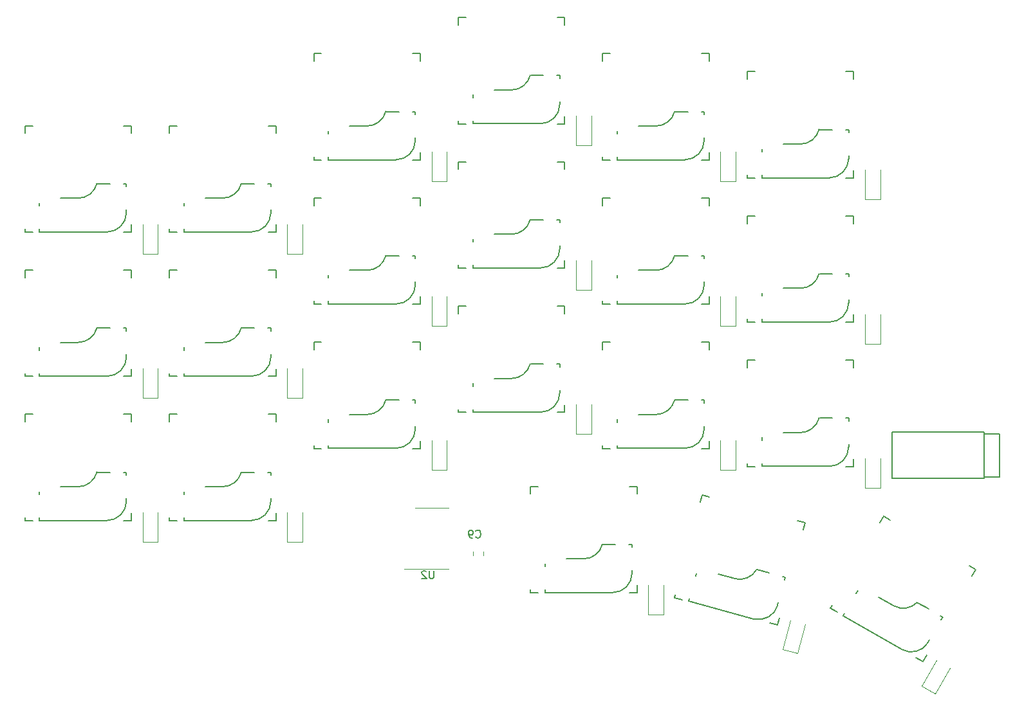
<source format=gbr>
%TF.GenerationSoftware,KiCad,Pcbnew,(5.1.10-1-10_14)*%
%TF.CreationDate,2022-01-29T17:31:24-08:00*%
%TF.ProjectId,phase,70686173-652e-46b6-9963-61645f706362,v1.0.1*%
%TF.SameCoordinates,Original*%
%TF.FileFunction,Legend,Bot*%
%TF.FilePolarity,Positive*%
%FSLAX46Y46*%
G04 Gerber Fmt 4.6, Leading zero omitted, Abs format (unit mm)*
G04 Created by KiCad (PCBNEW (5.1.10-1-10_14)) date 2022-01-29 17:31:24*
%MOMM*%
%LPD*%
G01*
G04 APERTURE LIST*
%ADD10C,0.120000*%
%ADD11C,0.150000*%
G04 APERTURE END LIST*
D10*
%TO.C,D1*%
X58500000Y-78850000D02*
X58500000Y-74950000D01*
X60500000Y-78850000D02*
X60500000Y-74950000D01*
X58500000Y-78850000D02*
X60500000Y-78850000D01*
%TO.C,D2*%
X58500000Y-97850000D02*
X58500000Y-93950000D01*
X60500000Y-97850000D02*
X60500000Y-93950000D01*
X58500000Y-97850000D02*
X60500000Y-97850000D01*
%TO.C,D3*%
X58500000Y-116850000D02*
X58500000Y-112950000D01*
X60500000Y-116850000D02*
X60500000Y-112950000D01*
X58500000Y-116850000D02*
X60500000Y-116850000D01*
%TO.C,D4*%
X77500000Y-78850000D02*
X77500000Y-74950000D01*
X79500000Y-78850000D02*
X79500000Y-74950000D01*
X77500000Y-78850000D02*
X79500000Y-78850000D01*
%TO.C,D5*%
X77500000Y-97850000D02*
X77500000Y-93950000D01*
X79500000Y-97850000D02*
X79500000Y-93950000D01*
X77500000Y-97850000D02*
X79500000Y-97850000D01*
%TO.C,D6*%
X77500000Y-116850000D02*
X77500000Y-112950000D01*
X79500000Y-116850000D02*
X79500000Y-112950000D01*
X77500000Y-116850000D02*
X79500000Y-116850000D01*
%TO.C,D7*%
X96500000Y-69350000D02*
X96500000Y-65450000D01*
X98500000Y-69350000D02*
X98500000Y-65450000D01*
X96500000Y-69350000D02*
X98500000Y-69350000D01*
%TO.C,D8*%
X96500000Y-88350000D02*
X96500000Y-84450000D01*
X98500000Y-88350000D02*
X98500000Y-84450000D01*
X96500000Y-88350000D02*
X98500000Y-88350000D01*
%TO.C,D9*%
X96500000Y-107350000D02*
X96500000Y-103450000D01*
X98500000Y-107350000D02*
X98500000Y-103450000D01*
X96500000Y-107350000D02*
X98500000Y-107350000D01*
%TO.C,D10*%
X115500000Y-64600000D02*
X115500000Y-60700000D01*
X117500000Y-64600000D02*
X117500000Y-60700000D01*
X115500000Y-64600000D02*
X117500000Y-64600000D01*
%TO.C,D11*%
X115500000Y-83600000D02*
X115500000Y-79700000D01*
X117500000Y-83600000D02*
X117500000Y-79700000D01*
X115500000Y-83600000D02*
X117500000Y-83600000D01*
%TO.C,D12*%
X115500000Y-102600000D02*
X115500000Y-98700000D01*
X117500000Y-102600000D02*
X117500000Y-98700000D01*
X115500000Y-102600000D02*
X117500000Y-102600000D01*
%TO.C,D13*%
X125000000Y-126350000D02*
X125000000Y-122450000D01*
X127000000Y-126350000D02*
X127000000Y-122450000D01*
X125000000Y-126350000D02*
X127000000Y-126350000D01*
%TO.C,D14*%
X134500000Y-69350000D02*
X134500000Y-65450000D01*
X136500000Y-69350000D02*
X136500000Y-65450000D01*
X134500000Y-69350000D02*
X136500000Y-69350000D01*
%TO.C,D15*%
X134500000Y-88350000D02*
X134500000Y-84450000D01*
X136500000Y-88350000D02*
X136500000Y-84450000D01*
X134500000Y-88350000D02*
X136500000Y-88350000D01*
%TO.C,D16*%
X134500000Y-107350000D02*
X134500000Y-103450000D01*
X136500000Y-107350000D02*
X136500000Y-103450000D01*
X134500000Y-107350000D02*
X136500000Y-107350000D01*
%TO.C,D17*%
X142691731Y-130917514D02*
X143701126Y-127150403D01*
X144623583Y-131435152D02*
X145632977Y-127668041D01*
X142691731Y-130917514D02*
X144623583Y-131435152D01*
%TO.C,D18*%
X153500000Y-71725000D02*
X153500000Y-67825000D01*
X155500000Y-71725000D02*
X155500000Y-67825000D01*
X153500000Y-71725000D02*
X155500000Y-71725000D01*
%TO.C,D19*%
X153500000Y-90725000D02*
X153500000Y-86825000D01*
X155500000Y-90725000D02*
X155500000Y-86825000D01*
X153500000Y-90725000D02*
X155500000Y-90725000D01*
%TO.C,D20*%
X153500000Y-109725000D02*
X153500000Y-105825000D01*
X155500000Y-109725000D02*
X155500000Y-105825000D01*
X153500000Y-109725000D02*
X155500000Y-109725000D01*
%TO.C,D21*%
X160973975Y-135794557D02*
X162923975Y-132417058D01*
X162706025Y-136794557D02*
X164656025Y-133417058D01*
X160973975Y-135794557D02*
X162706025Y-136794557D01*
D11*
%TO.C,J2*%
X169164000Y-102374000D02*
X157064000Y-102374000D01*
X169164000Y-102374000D02*
X169164000Y-108474000D01*
X169164000Y-108474000D02*
X157064000Y-108474000D01*
X157064000Y-102374000D02*
X157064000Y-108474000D01*
X169164000Y-102624000D02*
X171164000Y-102624000D01*
X171164000Y-102624000D02*
X171164000Y-108224000D01*
X169164000Y-108224000D02*
X171164000Y-108224000D01*
D10*
%TO.C,C9*%
X101906000Y-118093748D02*
X101906000Y-118616252D01*
X103326000Y-118093748D02*
X103326000Y-118616252D01*
D11*
%TO.C,K1*%
X57000000Y-62000000D02*
X57000000Y-63000000D01*
X43000000Y-63000000D02*
X43000000Y-62000000D01*
X43000000Y-62000000D02*
X44000000Y-62000000D01*
X56000000Y-62000000D02*
X57000000Y-62000000D01*
X57000000Y-76000000D02*
X56000000Y-76000000D01*
X57000000Y-75000000D02*
X57000000Y-76000000D01*
X44000000Y-76000000D02*
X43000000Y-76000000D01*
X43000000Y-76000000D02*
X43000000Y-75604000D01*
X56350000Y-73445000D02*
X56350000Y-73064000D01*
X56350000Y-70016000D02*
X56350000Y-69635000D01*
X56350000Y-69635000D02*
X55969000Y-69635000D01*
X54191000Y-69635000D02*
X52540000Y-69635000D01*
X50000000Y-71540000D02*
X47714000Y-71540000D01*
X44920000Y-72175000D02*
X44920000Y-72556000D01*
X44920000Y-75604000D02*
X44920000Y-75985000D01*
X44920000Y-75985000D02*
X53810000Y-75985000D01*
X56350000Y-73445000D02*
G75*
G02*
X53810000Y-75985000I-2540000J0D01*
G01*
X52464162Y-69616040D02*
G75*
G02*
X50000000Y-71540000I-2464162J616040D01*
G01*
%TO.C,K2*%
X57000000Y-81000000D02*
X57000000Y-82000000D01*
X43000000Y-82000000D02*
X43000000Y-81000000D01*
X43000000Y-81000000D02*
X44000000Y-81000000D01*
X56000000Y-81000000D02*
X57000000Y-81000000D01*
X57000000Y-95000000D02*
X56000000Y-95000000D01*
X57000000Y-94000000D02*
X57000000Y-95000000D01*
X44000000Y-95000000D02*
X43000000Y-95000000D01*
X43000000Y-95000000D02*
X43000000Y-94604000D01*
X56350000Y-92445000D02*
X56350000Y-92064000D01*
X56350000Y-89016000D02*
X56350000Y-88635000D01*
X56350000Y-88635000D02*
X55969000Y-88635000D01*
X54191000Y-88635000D02*
X52540000Y-88635000D01*
X50000000Y-90540000D02*
X47714000Y-90540000D01*
X44920000Y-91175000D02*
X44920000Y-91556000D01*
X44920000Y-94604000D02*
X44920000Y-94985000D01*
X44920000Y-94985000D02*
X53810000Y-94985000D01*
X56350000Y-92445000D02*
G75*
G02*
X53810000Y-94985000I-2540000J0D01*
G01*
X52464162Y-88616040D02*
G75*
G02*
X50000000Y-90540000I-2464162J616040D01*
G01*
%TO.C,K3*%
X57000000Y-100000000D02*
X57000000Y-101000000D01*
X43000000Y-101000000D02*
X43000000Y-100000000D01*
X43000000Y-100000000D02*
X44000000Y-100000000D01*
X56000000Y-100000000D02*
X57000000Y-100000000D01*
X57000000Y-114000000D02*
X56000000Y-114000000D01*
X57000000Y-113000000D02*
X57000000Y-114000000D01*
X44000000Y-114000000D02*
X43000000Y-114000000D01*
X43000000Y-114000000D02*
X43000000Y-113604000D01*
X56350000Y-111445000D02*
X56350000Y-111064000D01*
X56350000Y-108016000D02*
X56350000Y-107635000D01*
X56350000Y-107635000D02*
X55969000Y-107635000D01*
X54191000Y-107635000D02*
X52540000Y-107635000D01*
X50000000Y-109540000D02*
X47714000Y-109540000D01*
X44920000Y-110175000D02*
X44920000Y-110556000D01*
X44920000Y-113604000D02*
X44920000Y-113985000D01*
X44920000Y-113985000D02*
X53810000Y-113985000D01*
X56350000Y-111445000D02*
G75*
G02*
X53810000Y-113985000I-2540000J0D01*
G01*
X52464162Y-107616040D02*
G75*
G02*
X50000000Y-109540000I-2464162J616040D01*
G01*
%TO.C,K4*%
X76000000Y-62000000D02*
X76000000Y-63000000D01*
X62000000Y-63000000D02*
X62000000Y-62000000D01*
X62000000Y-62000000D02*
X63000000Y-62000000D01*
X75000000Y-62000000D02*
X76000000Y-62000000D01*
X76000000Y-76000000D02*
X75000000Y-76000000D01*
X76000000Y-75000000D02*
X76000000Y-76000000D01*
X63000000Y-76000000D02*
X62000000Y-76000000D01*
X62000000Y-76000000D02*
X62000000Y-75604000D01*
X75350000Y-73445000D02*
X75350000Y-73064000D01*
X75350000Y-70016000D02*
X75350000Y-69635000D01*
X75350000Y-69635000D02*
X74969000Y-69635000D01*
X73191000Y-69635000D02*
X71540000Y-69635000D01*
X69000000Y-71540000D02*
X66714000Y-71540000D01*
X63920000Y-72175000D02*
X63920000Y-72556000D01*
X63920000Y-75604000D02*
X63920000Y-75985000D01*
X63920000Y-75985000D02*
X72810000Y-75985000D01*
X75350000Y-73445000D02*
G75*
G02*
X72810000Y-75985000I-2540000J0D01*
G01*
X71464162Y-69616040D02*
G75*
G02*
X69000000Y-71540000I-2464162J616040D01*
G01*
%TO.C,K5*%
X76000000Y-81000000D02*
X76000000Y-82000000D01*
X62000000Y-82000000D02*
X62000000Y-81000000D01*
X62000000Y-81000000D02*
X63000000Y-81000000D01*
X75000000Y-81000000D02*
X76000000Y-81000000D01*
X76000000Y-95000000D02*
X75000000Y-95000000D01*
X76000000Y-94000000D02*
X76000000Y-95000000D01*
X63000000Y-95000000D02*
X62000000Y-95000000D01*
X62000000Y-95000000D02*
X62000000Y-94604000D01*
X75350000Y-92445000D02*
X75350000Y-92064000D01*
X75350000Y-89016000D02*
X75350000Y-88635000D01*
X75350000Y-88635000D02*
X74969000Y-88635000D01*
X73191000Y-88635000D02*
X71540000Y-88635000D01*
X69000000Y-90540000D02*
X66714000Y-90540000D01*
X63920000Y-91175000D02*
X63920000Y-91556000D01*
X63920000Y-94604000D02*
X63920000Y-94985000D01*
X63920000Y-94985000D02*
X72810000Y-94985000D01*
X75350000Y-92445000D02*
G75*
G02*
X72810000Y-94985000I-2540000J0D01*
G01*
X71464162Y-88616040D02*
G75*
G02*
X69000000Y-90540000I-2464162J616040D01*
G01*
%TO.C,K6*%
X76000000Y-100000000D02*
X76000000Y-101000000D01*
X62000000Y-101000000D02*
X62000000Y-100000000D01*
X62000000Y-100000000D02*
X63000000Y-100000000D01*
X75000000Y-100000000D02*
X76000000Y-100000000D01*
X76000000Y-114000000D02*
X75000000Y-114000000D01*
X76000000Y-113000000D02*
X76000000Y-114000000D01*
X63000000Y-114000000D02*
X62000000Y-114000000D01*
X62000000Y-114000000D02*
X62000000Y-113604000D01*
X75350000Y-111445000D02*
X75350000Y-111064000D01*
X75350000Y-108016000D02*
X75350000Y-107635000D01*
X75350000Y-107635000D02*
X74969000Y-107635000D01*
X73191000Y-107635000D02*
X71540000Y-107635000D01*
X69000000Y-109540000D02*
X66714000Y-109540000D01*
X63920000Y-110175000D02*
X63920000Y-110556000D01*
X63920000Y-113604000D02*
X63920000Y-113985000D01*
X63920000Y-113985000D02*
X72810000Y-113985000D01*
X75350000Y-111445000D02*
G75*
G02*
X72810000Y-113985000I-2540000J0D01*
G01*
X71464162Y-107616040D02*
G75*
G02*
X69000000Y-109540000I-2464162J616040D01*
G01*
%TO.C,K7*%
X95000000Y-52500000D02*
X95000000Y-53500000D01*
X81000000Y-53500000D02*
X81000000Y-52500000D01*
X81000000Y-52500000D02*
X82000000Y-52500000D01*
X94000000Y-52500000D02*
X95000000Y-52500000D01*
X95000000Y-66500000D02*
X94000000Y-66500000D01*
X95000000Y-65500000D02*
X95000000Y-66500000D01*
X82000000Y-66500000D02*
X81000000Y-66500000D01*
X81000000Y-66500000D02*
X81000000Y-66104000D01*
X94350000Y-63945000D02*
X94350000Y-63564000D01*
X94350000Y-60516000D02*
X94350000Y-60135000D01*
X94350000Y-60135000D02*
X93969000Y-60135000D01*
X92191000Y-60135000D02*
X90540000Y-60135000D01*
X88000000Y-62040000D02*
X85714000Y-62040000D01*
X82920000Y-62675000D02*
X82920000Y-63056000D01*
X82920000Y-66104000D02*
X82920000Y-66485000D01*
X82920000Y-66485000D02*
X91810000Y-66485000D01*
X94350000Y-63945000D02*
G75*
G02*
X91810000Y-66485000I-2540000J0D01*
G01*
X90464162Y-60116040D02*
G75*
G02*
X88000000Y-62040000I-2464162J616040D01*
G01*
%TO.C,K8*%
X95000000Y-71500000D02*
X95000000Y-72500000D01*
X81000000Y-72500000D02*
X81000000Y-71500000D01*
X81000000Y-71500000D02*
X82000000Y-71500000D01*
X94000000Y-71500000D02*
X95000000Y-71500000D01*
X95000000Y-85500000D02*
X94000000Y-85500000D01*
X95000000Y-84500000D02*
X95000000Y-85500000D01*
X82000000Y-85500000D02*
X81000000Y-85500000D01*
X81000000Y-85500000D02*
X81000000Y-85104000D01*
X94350000Y-82945000D02*
X94350000Y-82564000D01*
X94350000Y-79516000D02*
X94350000Y-79135000D01*
X94350000Y-79135000D02*
X93969000Y-79135000D01*
X92191000Y-79135000D02*
X90540000Y-79135000D01*
X88000000Y-81040000D02*
X85714000Y-81040000D01*
X82920000Y-81675000D02*
X82920000Y-82056000D01*
X82920000Y-85104000D02*
X82920000Y-85485000D01*
X82920000Y-85485000D02*
X91810000Y-85485000D01*
X94350000Y-82945000D02*
G75*
G02*
X91810000Y-85485000I-2540000J0D01*
G01*
X90464162Y-79116040D02*
G75*
G02*
X88000000Y-81040000I-2464162J616040D01*
G01*
%TO.C,K9*%
X95000000Y-90500000D02*
X95000000Y-91500000D01*
X81000000Y-91500000D02*
X81000000Y-90500000D01*
X81000000Y-90500000D02*
X82000000Y-90500000D01*
X94000000Y-90500000D02*
X95000000Y-90500000D01*
X95000000Y-104500000D02*
X94000000Y-104500000D01*
X95000000Y-103500000D02*
X95000000Y-104500000D01*
X82000000Y-104500000D02*
X81000000Y-104500000D01*
X81000000Y-104500000D02*
X81000000Y-104104000D01*
X94350000Y-101945000D02*
X94350000Y-101564000D01*
X94350000Y-98516000D02*
X94350000Y-98135000D01*
X94350000Y-98135000D02*
X93969000Y-98135000D01*
X92191000Y-98135000D02*
X90540000Y-98135000D01*
X88000000Y-100040000D02*
X85714000Y-100040000D01*
X82920000Y-100675000D02*
X82920000Y-101056000D01*
X82920000Y-104104000D02*
X82920000Y-104485000D01*
X82920000Y-104485000D02*
X91810000Y-104485000D01*
X94350000Y-101945000D02*
G75*
G02*
X91810000Y-104485000I-2540000J0D01*
G01*
X90464162Y-98116040D02*
G75*
G02*
X88000000Y-100040000I-2464162J616040D01*
G01*
%TO.C,K10*%
X114000000Y-47750000D02*
X114000000Y-48750000D01*
X100000000Y-48750000D02*
X100000000Y-47750000D01*
X100000000Y-47750000D02*
X101000000Y-47750000D01*
X113000000Y-47750000D02*
X114000000Y-47750000D01*
X114000000Y-61750000D02*
X113000000Y-61750000D01*
X114000000Y-60750000D02*
X114000000Y-61750000D01*
X101000000Y-61750000D02*
X100000000Y-61750000D01*
X100000000Y-61750000D02*
X100000000Y-61354000D01*
X113350000Y-59195000D02*
X113350000Y-58814000D01*
X113350000Y-55766000D02*
X113350000Y-55385000D01*
X113350000Y-55385000D02*
X112969000Y-55385000D01*
X111191000Y-55385000D02*
X109540000Y-55385000D01*
X107000000Y-57290000D02*
X104714000Y-57290000D01*
X101920000Y-57925000D02*
X101920000Y-58306000D01*
X101920000Y-61354000D02*
X101920000Y-61735000D01*
X101920000Y-61735000D02*
X110810000Y-61735000D01*
X113350000Y-59195000D02*
G75*
G02*
X110810000Y-61735000I-2540000J0D01*
G01*
X109464162Y-55366040D02*
G75*
G02*
X107000000Y-57290000I-2464162J616040D01*
G01*
%TO.C,K11*%
X114000000Y-66750000D02*
X114000000Y-67750000D01*
X100000000Y-67750000D02*
X100000000Y-66750000D01*
X100000000Y-66750000D02*
X101000000Y-66750000D01*
X113000000Y-66750000D02*
X114000000Y-66750000D01*
X114000000Y-80750000D02*
X113000000Y-80750000D01*
X114000000Y-79750000D02*
X114000000Y-80750000D01*
X101000000Y-80750000D02*
X100000000Y-80750000D01*
X100000000Y-80750000D02*
X100000000Y-80354000D01*
X113350000Y-78195000D02*
X113350000Y-77814000D01*
X113350000Y-74766000D02*
X113350000Y-74385000D01*
X113350000Y-74385000D02*
X112969000Y-74385000D01*
X111191000Y-74385000D02*
X109540000Y-74385000D01*
X107000000Y-76290000D02*
X104714000Y-76290000D01*
X101920000Y-76925000D02*
X101920000Y-77306000D01*
X101920000Y-80354000D02*
X101920000Y-80735000D01*
X101920000Y-80735000D02*
X110810000Y-80735000D01*
X113350000Y-78195000D02*
G75*
G02*
X110810000Y-80735000I-2540000J0D01*
G01*
X109464162Y-74366040D02*
G75*
G02*
X107000000Y-76290000I-2464162J616040D01*
G01*
%TO.C,K12*%
X114000000Y-85750000D02*
X114000000Y-86750000D01*
X100000000Y-86750000D02*
X100000000Y-85750000D01*
X100000000Y-85750000D02*
X101000000Y-85750000D01*
X113000000Y-85750000D02*
X114000000Y-85750000D01*
X114000000Y-99750000D02*
X113000000Y-99750000D01*
X114000000Y-98750000D02*
X114000000Y-99750000D01*
X101000000Y-99750000D02*
X100000000Y-99750000D01*
X100000000Y-99750000D02*
X100000000Y-99354000D01*
X113350000Y-97195000D02*
X113350000Y-96814000D01*
X113350000Y-93766000D02*
X113350000Y-93385000D01*
X113350000Y-93385000D02*
X112969000Y-93385000D01*
X111191000Y-93385000D02*
X109540000Y-93385000D01*
X107000000Y-95290000D02*
X104714000Y-95290000D01*
X101920000Y-95925000D02*
X101920000Y-96306000D01*
X101920000Y-99354000D02*
X101920000Y-99735000D01*
X101920000Y-99735000D02*
X110810000Y-99735000D01*
X113350000Y-97195000D02*
G75*
G02*
X110810000Y-99735000I-2540000J0D01*
G01*
X109464162Y-93366040D02*
G75*
G02*
X107000000Y-95290000I-2464162J616040D01*
G01*
%TO.C,K13*%
X123500000Y-109500000D02*
X123500000Y-110500000D01*
X109500000Y-110500000D02*
X109500000Y-109500000D01*
X109500000Y-109500000D02*
X110500000Y-109500000D01*
X122500000Y-109500000D02*
X123500000Y-109500000D01*
X123500000Y-123500000D02*
X122500000Y-123500000D01*
X123500000Y-122500000D02*
X123500000Y-123500000D01*
X110500000Y-123500000D02*
X109500000Y-123500000D01*
X109500000Y-123500000D02*
X109500000Y-123104000D01*
X122850000Y-120945000D02*
X122850000Y-120564000D01*
X122850000Y-117516000D02*
X122850000Y-117135000D01*
X122850000Y-117135000D02*
X122469000Y-117135000D01*
X120691000Y-117135000D02*
X119040000Y-117135000D01*
X116500000Y-119040000D02*
X114214000Y-119040000D01*
X111420000Y-119675000D02*
X111420000Y-120056000D01*
X111420000Y-123104000D02*
X111420000Y-123485000D01*
X111420000Y-123485000D02*
X120310000Y-123485000D01*
X122850000Y-120945000D02*
G75*
G02*
X120310000Y-123485000I-2540000J0D01*
G01*
X118964162Y-117116040D02*
G75*
G02*
X116500000Y-119040000I-2464162J616040D01*
G01*
%TO.C,K14*%
X133000000Y-52500000D02*
X133000000Y-53500000D01*
X119000000Y-53500000D02*
X119000000Y-52500000D01*
X119000000Y-52500000D02*
X120000000Y-52500000D01*
X132000000Y-52500000D02*
X133000000Y-52500000D01*
X133000000Y-66500000D02*
X132000000Y-66500000D01*
X133000000Y-65500000D02*
X133000000Y-66500000D01*
X120000000Y-66500000D02*
X119000000Y-66500000D01*
X119000000Y-66500000D02*
X119000000Y-66104000D01*
X132350000Y-63945000D02*
X132350000Y-63564000D01*
X132350000Y-60516000D02*
X132350000Y-60135000D01*
X132350000Y-60135000D02*
X131969000Y-60135000D01*
X130191000Y-60135000D02*
X128540000Y-60135000D01*
X126000000Y-62040000D02*
X123714000Y-62040000D01*
X120920000Y-62675000D02*
X120920000Y-63056000D01*
X120920000Y-66104000D02*
X120920000Y-66485000D01*
X120920000Y-66485000D02*
X129810000Y-66485000D01*
X132350000Y-63945000D02*
G75*
G02*
X129810000Y-66485000I-2540000J0D01*
G01*
X128464162Y-60116040D02*
G75*
G02*
X126000000Y-62040000I-2464162J616040D01*
G01*
%TO.C,K15*%
X133000000Y-71500000D02*
X133000000Y-72500000D01*
X119000000Y-72500000D02*
X119000000Y-71500000D01*
X119000000Y-71500000D02*
X120000000Y-71500000D01*
X132000000Y-71500000D02*
X133000000Y-71500000D01*
X133000000Y-85500000D02*
X132000000Y-85500000D01*
X133000000Y-84500000D02*
X133000000Y-85500000D01*
X120000000Y-85500000D02*
X119000000Y-85500000D01*
X119000000Y-85500000D02*
X119000000Y-85104000D01*
X132350000Y-82945000D02*
X132350000Y-82564000D01*
X132350000Y-79516000D02*
X132350000Y-79135000D01*
X132350000Y-79135000D02*
X131969000Y-79135000D01*
X130191000Y-79135000D02*
X128540000Y-79135000D01*
X126000000Y-81040000D02*
X123714000Y-81040000D01*
X120920000Y-81675000D02*
X120920000Y-82056000D01*
X120920000Y-85104000D02*
X120920000Y-85485000D01*
X120920000Y-85485000D02*
X129810000Y-85485000D01*
X132350000Y-82945000D02*
G75*
G02*
X129810000Y-85485000I-2540000J0D01*
G01*
X128464162Y-79116040D02*
G75*
G02*
X126000000Y-81040000I-2464162J616040D01*
G01*
%TO.C,K16*%
X133000000Y-90500000D02*
X133000000Y-91500000D01*
X119000000Y-91500000D02*
X119000000Y-90500000D01*
X119000000Y-90500000D02*
X120000000Y-90500000D01*
X132000000Y-90500000D02*
X133000000Y-90500000D01*
X133000000Y-104500000D02*
X132000000Y-104500000D01*
X133000000Y-103500000D02*
X133000000Y-104500000D01*
X120000000Y-104500000D02*
X119000000Y-104500000D01*
X119000000Y-104500000D02*
X119000000Y-104104000D01*
X132350000Y-101945000D02*
X132350000Y-101564000D01*
X132350000Y-98516000D02*
X132350000Y-98135000D01*
X132350000Y-98135000D02*
X131969000Y-98135000D01*
X130191000Y-98135000D02*
X128540000Y-98135000D01*
X126000000Y-100040000D02*
X123714000Y-100040000D01*
X120920000Y-100675000D02*
X120920000Y-101056000D01*
X120920000Y-104104000D02*
X120920000Y-104485000D01*
X120920000Y-104485000D02*
X129810000Y-104485000D01*
X132350000Y-101945000D02*
G75*
G02*
X129810000Y-104485000I-2540000J0D01*
G01*
X128464162Y-98116040D02*
G75*
G02*
X126000000Y-100040000I-2464162J616040D01*
G01*
%TO.C,K17*%
X145604214Y-114253253D02*
X145345395Y-115219178D01*
X131822433Y-111595712D02*
X132081253Y-110629786D01*
X132081253Y-110629786D02*
X133047178Y-110888605D01*
X144638288Y-113994433D02*
X145604214Y-114253253D01*
X141980747Y-127776214D02*
X141014822Y-127517395D01*
X142239567Y-126810288D02*
X141980747Y-127776214D01*
X129423712Y-124411567D02*
X128457786Y-124152747D01*
X128457786Y-124152747D02*
X128560278Y-123770241D01*
X142014178Y-125140041D02*
X142112788Y-124772023D01*
X142901669Y-121827882D02*
X143000279Y-121459864D01*
X143000279Y-121459864D02*
X142632261Y-121361254D01*
X140914845Y-120901074D02*
X139320102Y-120473763D01*
X136373600Y-121656452D02*
X134165493Y-121064791D01*
X131302346Y-120955014D02*
X131203736Y-121323031D01*
X130414856Y-124267173D02*
X130316246Y-124635191D01*
X130316246Y-124635191D02*
X138903326Y-126936092D01*
X142014178Y-125140042D02*
G75*
G02*
X138903326Y-126936092I-2453451J657401D01*
G01*
X139251755Y-120435821D02*
G75*
G02*
X136373600Y-121656452I-2220755J1232821D01*
G01*
%TO.C,K18*%
X152000000Y-54875000D02*
X152000000Y-55875000D01*
X138000000Y-55875000D02*
X138000000Y-54875000D01*
X138000000Y-54875000D02*
X139000000Y-54875000D01*
X151000000Y-54875000D02*
X152000000Y-54875000D01*
X152000000Y-68875000D02*
X151000000Y-68875000D01*
X152000000Y-67875000D02*
X152000000Y-68875000D01*
X139000000Y-68875000D02*
X138000000Y-68875000D01*
X138000000Y-68875000D02*
X138000000Y-68479000D01*
X151350000Y-66320000D02*
X151350000Y-65939000D01*
X151350000Y-62891000D02*
X151350000Y-62510000D01*
X151350000Y-62510000D02*
X150969000Y-62510000D01*
X149191000Y-62510000D02*
X147540000Y-62510000D01*
X145000000Y-64415000D02*
X142714000Y-64415000D01*
X139920000Y-65050000D02*
X139920000Y-65431000D01*
X139920000Y-68479000D02*
X139920000Y-68860000D01*
X139920000Y-68860000D02*
X148810000Y-68860000D01*
X151350000Y-66320000D02*
G75*
G02*
X148810000Y-68860000I-2540000J0D01*
G01*
X147464162Y-62491040D02*
G75*
G02*
X145000000Y-64415000I-2464162J616040D01*
G01*
%TO.C,K19*%
X152000000Y-73875000D02*
X152000000Y-74875000D01*
X138000000Y-74875000D02*
X138000000Y-73875000D01*
X138000000Y-73875000D02*
X139000000Y-73875000D01*
X151000000Y-73875000D02*
X152000000Y-73875000D01*
X152000000Y-87875000D02*
X151000000Y-87875000D01*
X152000000Y-86875000D02*
X152000000Y-87875000D01*
X139000000Y-87875000D02*
X138000000Y-87875000D01*
X138000000Y-87875000D02*
X138000000Y-87479000D01*
X151350000Y-85320000D02*
X151350000Y-84939000D01*
X151350000Y-81891000D02*
X151350000Y-81510000D01*
X151350000Y-81510000D02*
X150969000Y-81510000D01*
X149191000Y-81510000D02*
X147540000Y-81510000D01*
X145000000Y-83415000D02*
X142714000Y-83415000D01*
X139920000Y-84050000D02*
X139920000Y-84431000D01*
X139920000Y-87479000D02*
X139920000Y-87860000D01*
X139920000Y-87860000D02*
X148810000Y-87860000D01*
X151350000Y-85320000D02*
G75*
G02*
X148810000Y-87860000I-2540000J0D01*
G01*
X147464162Y-81491040D02*
G75*
G02*
X145000000Y-83415000I-2464162J616040D01*
G01*
%TO.C,K20*%
X152000000Y-92875000D02*
X152000000Y-93875000D01*
X138000000Y-93875000D02*
X138000000Y-92875000D01*
X138000000Y-92875000D02*
X139000000Y-92875000D01*
X151000000Y-92875000D02*
X152000000Y-92875000D01*
X152000000Y-106875000D02*
X151000000Y-106875000D01*
X152000000Y-105875000D02*
X152000000Y-106875000D01*
X139000000Y-106875000D02*
X138000000Y-106875000D01*
X138000000Y-106875000D02*
X138000000Y-106479000D01*
X151350000Y-104320000D02*
X151350000Y-103939000D01*
X151350000Y-100891000D02*
X151350000Y-100510000D01*
X151350000Y-100510000D02*
X150969000Y-100510000D01*
X149191000Y-100510000D02*
X147540000Y-100510000D01*
X145000000Y-102415000D02*
X142714000Y-102415000D01*
X139920000Y-103050000D02*
X139920000Y-103431000D01*
X139920000Y-106479000D02*
X139920000Y-106860000D01*
X139920000Y-106860000D02*
X148810000Y-106860000D01*
X151350000Y-104320000D02*
G75*
G02*
X148810000Y-106860000I-2540000J0D01*
G01*
X147464162Y-100491040D02*
G75*
G02*
X145000000Y-102415000I-2464162J616040D01*
G01*
%TO.C,K21*%
X168100178Y-120451822D02*
X167600178Y-121317848D01*
X155475822Y-114317848D02*
X155975822Y-113451822D01*
X155975822Y-113451822D02*
X156841848Y-113951822D01*
X167234152Y-119951822D02*
X168100178Y-120451822D01*
X161100178Y-132576178D02*
X160234152Y-132076178D01*
X161600178Y-131710152D02*
X161100178Y-132576178D01*
X149841848Y-126076178D02*
X148975822Y-125576178D01*
X148975822Y-125576178D02*
X149173822Y-125233232D01*
X161814761Y-130038483D02*
X162005261Y-129708527D01*
X163529261Y-127068882D02*
X163719761Y-126738926D01*
X163719761Y-126738926D02*
X163389806Y-126548426D01*
X161850012Y-125659426D02*
X160420205Y-124833926D01*
X157268000Y-125213705D02*
X155288266Y-124070705D01*
X152551091Y-123223631D02*
X152360591Y-123553586D01*
X150836591Y-126193232D02*
X150646091Y-126523187D01*
X150646091Y-126523187D02*
X158345057Y-130968187D01*
X161814761Y-130038483D02*
G75*
G02*
X158345057Y-130968187I-2199704J1270000D01*
G01*
X160364007Y-124779588D02*
G75*
G02*
X157268000Y-125213705I-1826007J1765588D01*
G01*
D10*
%TO.C,U2*%
X96520000Y-112297000D02*
X98720000Y-112297000D01*
X96520000Y-112297000D02*
X94320000Y-112297000D01*
X96520000Y-120367000D02*
X98720000Y-120367000D01*
X96520000Y-120367000D02*
X92920000Y-120367000D01*
%TO.C,C9*%
D11*
X102325466Y-116181142D02*
X102373085Y-116228761D01*
X102515942Y-116276380D01*
X102611180Y-116276380D01*
X102754038Y-116228761D01*
X102849276Y-116133523D01*
X102896895Y-116038285D01*
X102944514Y-115847809D01*
X102944514Y-115704952D01*
X102896895Y-115514476D01*
X102849276Y-115419238D01*
X102754038Y-115324000D01*
X102611180Y-115276380D01*
X102515942Y-115276380D01*
X102373085Y-115324000D01*
X102325466Y-115371619D01*
X101849276Y-116276380D02*
X101658800Y-116276380D01*
X101563561Y-116228761D01*
X101515942Y-116181142D01*
X101420704Y-116038285D01*
X101373085Y-115847809D01*
X101373085Y-115466857D01*
X101420704Y-115371619D01*
X101468323Y-115324000D01*
X101563561Y-115276380D01*
X101754038Y-115276380D01*
X101849276Y-115324000D01*
X101896895Y-115371619D01*
X101944514Y-115466857D01*
X101944514Y-115704952D01*
X101896895Y-115800190D01*
X101849276Y-115847809D01*
X101754038Y-115895428D01*
X101563561Y-115895428D01*
X101468323Y-115847809D01*
X101420704Y-115800190D01*
X101373085Y-115704952D01*
%TO.C,U2*%
X96773904Y-120634380D02*
X96773904Y-121443904D01*
X96726285Y-121539142D01*
X96678666Y-121586761D01*
X96583428Y-121634380D01*
X96392952Y-121634380D01*
X96297714Y-121586761D01*
X96250095Y-121539142D01*
X96202476Y-121443904D01*
X96202476Y-120634380D01*
X95773904Y-120729619D02*
X95726285Y-120682000D01*
X95631047Y-120634380D01*
X95392952Y-120634380D01*
X95297714Y-120682000D01*
X95250095Y-120729619D01*
X95202476Y-120824857D01*
X95202476Y-120920095D01*
X95250095Y-121062952D01*
X95821523Y-121634380D01*
X95202476Y-121634380D01*
%TD*%
M02*

</source>
